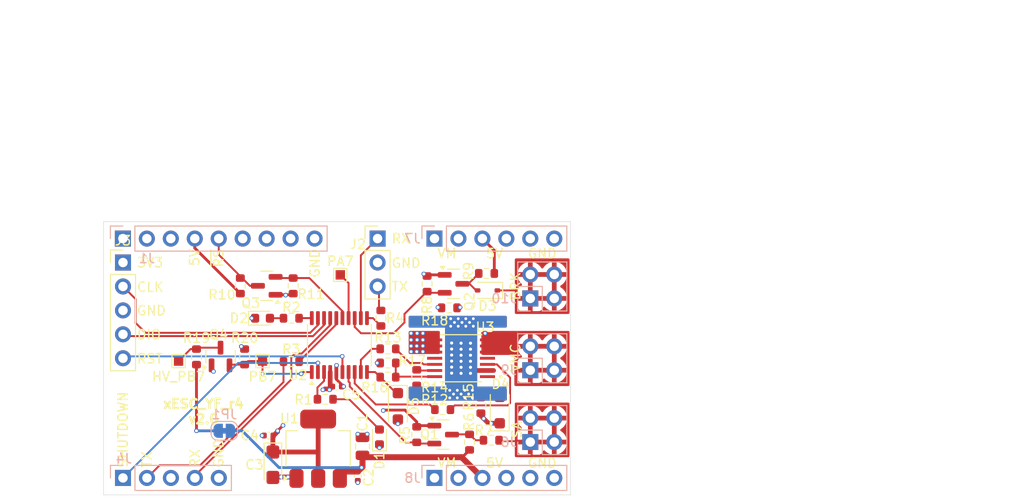
<source format=kicad_pcb>
(kicad_pcb (version 20240108) (generator "pcbnew") (generator_version "8.0")
  (title_block (title "xESC YardForce Rev.4 Adapter") (date "2024-12-19") (rev "2.0") (company "Clemens Elflein, openmower.de") (comment 1 "Creative Commons Attribution-NonCommercial-ShareAlike 4.0 International License.") (comment 2 "Licensed under"))
  (layers (0 "F.Cu" signal) (1 "In1.Cu" power) (2 "In2.Cu" power) (31 "B.Cu" signal) (34 "B.Paste" user) (35 "F.Paste" user) (36 "B.SilkS" user "B.Silkscreen") (37 "F.SilkS" user "F.Silkscreen") (38 "B.Mask" user) (39 "F.Mask" user) (44 "Edge.Cuts" user))
  (property "git_version" "WIP")
  (net 0 "")
  (net 1 "Net-(D2-A)")
  (net 2 "GND")
  (net 8 "/NRST")
  (net 9 "/SHUTDOWN")
  (net 10 "Net-(J4-Pin_2)")
  (net 12 "+3V3")
  (net 13 "+5V")
  (net 14 "/~{RS}_TTL")
  (net 15 "Net-(Q1-D)")
  (net 16 "Net-(J2-Pin_3)")
  (net 17 "/SWDIO")
  (net 18 "/SWCLK")
  (net 19 "/SA_TTL")
  (net 20 "/SA")
  (net 21 "/BRK")
  (net 22 "Net-(D1-A)")
  (net 23 "Net-(D3-A)")
  (net 24 "/LED_GN")
  (net 25 "/LED_RD")
  (net 26 "/~{RS}")
  (net 27 "Net-(D3-K)")
  (net 28 "Net-(D4-A)")
  (net 29 "VM")
  (net 30 "/CUR_SENSE")
  (net 31 "Net-(J9-Pin_1)")
  (net 32 "Net-(U3-IN)")
  (net 33 "/UART1_TX")
  (net 34 "Net-(U3-DIAG_EN)")
  (net 35 "Net-(U3-CL)")
  (net 36 "/VMS_IN")
  (net 37 "/VMS_DIAG_EN")
  (net 38 "Net-(U3-CS)")
  (net 39 "/UART2_TX")
  (net 40 "/UART1_RX")
  (net 41 "/UART2_RX")
  (net 45 "Net-(Q4-S)")
  (net 46 "Net-(Q4-D)")
  (net 47 "Net-(U2-PA7)")
  (net 48 "Net-(JP1-A)")
  (footprint "Connector_PinHeader_2.54mm:PinHeader_1x05_P2.54mm_Vertical" (layer "F.Cu") (at 231.06 108.24)
    (property "Reference" "J3")
    (property "Value" "Conn_01x05_Male")
  )
  (footprint "Resistor_SMD:R_0603_1608Metric" (layer "F.Cu") (at 262.2 120.45 90)
    (property "Reference" "R14")
    (property "Value" "1k8")
  )
  (footprint "Resistor_SMD:R_0603_1608Metric" (layer "F.Cu") (at 267.8 127.3 90)
    (property "Reference" "R6")
    (property "Value" "47k")
  )
  (footprint "Resistor_SMD:R_0603_1608Metric" (layer "F.Cu") (at 269.6 109.4)
    (property "Reference" "R9")
    (property "Value" "470	")
  )
  (footprint "Resistor_SMD:R_0603_1608Metric" (layer "F.Cu") (at 248.9 114.15 180)
    (property "Reference" "R2")
    (property "Value" "220	")
  )
  (footprint "Connector_PinHeader_2.54mm:PinHeader_1x03_P2.54mm_Vertical" (layer "F.Cu") (at 258.05 105.7)
    (property "Reference" "J2")
    (property "Value" "Conn_01x03_Pin")
  )
  (footprint "Capacitor_Tantalum_SMD:CP_EIA-3216-10_Kemet-I" (layer "F.Cu") (at 246.95 129.7 -90)
    (property "Reference" "C3")
    (property "Value" "22uF/10V")
  )
  (footprint "Package_TO_SOT_SMD:SOT-223-3_TabPin2" (layer "F.Cu") (at 251.75 128 90)
    (property "Reference" "U1")
    (property "Value" "AMS1117-3.3")
  )
  (footprint "Resistor_SMD:R_0603_1608Metric" (layer "F.Cu") (at 263.3 110.5 90)
    (property "Reference" "R8")
    (property "Value" "470	")
  )
  (footprint "Capacitor_SMD:C_0402_1005Metric" (layer "F.Cu") (at 253.75 121.4)
    (property "Reference" "C5")
    (property "Value" ".1uF")
  )
  (footprint "Capacitor_SMD:C_0805_2012Metric" (layer "F.Cu") (at 256.45 127.75 90)
    (property "Reference" "C1")
    (property "Value" "22uF")
  )
  (footprint "Resistor_SMD:R_0603_1608Metric" (layer "F.Cu") (at 259.15 117.4)
    (property "Reference" "R13")
    (property "Value" "4k7")
  )
  (footprint "Package_TO_SOT_SMD:SOT-23" (layer "F.Cu") (at 246.3 110.7125 180)
    (property "Reference" "Q3")
    (property "Value" "2N7002")
  )
  (footprint "Resistor_SMD:R_0603_1608Metric" (layer "F.Cu") (at 248.9 118.75)
    (property "Reference" "R3")
    (property "Value" "220	")
  )
  (footprint "Diode_SMD:D_SOD-323" (layer "F.Cu") (at 269.7 111.2 180)
    (property "Reference" "D3")
    (property "Value" "1N5819WS")
  )
  (footprint "LED_SMD:LED_0603_1608Metric" (layer "F.Cu") (at 245.85 114.15)
    (property "Reference" "D2")
    (property "Value" "LED RED")
  )
  (footprint "Resistor_SMD:R_0603_1608Metric" (layer "F.Cu") (at 243.5 110.7125 90)
    (property "Reference" "R10")
    (property "Value" "47k")
  )
  (footprint "Resistor_SMD:R_0603_1608Metric" (layer "F.Cu") (at 265.65 113.05 180)
    (property "Reference" "R18")
    (property "Value" "10k")
  )
  (footprint "Diode_SMD:D_SOD-123F" (layer "F.Cu") (at 260.2 123.5 -90)
    (property "Reference" "D5")
    (property "Value" "3V3")
  )
  (footprint "Resistor_SMD:R_0603_1608Metric" (layer "F.Cu") (at 259.15 120.4 180)
    (property "Reference" "R16")
    (property "Value" "4k7")
  )
  (footprint "LED_SMD:LED_0603_1608Metric" (layer "F.Cu") (at 258.25 126.75 90)
    (property "Reference" "D1")
    (property "Value" "LED GREEN")
  )
  (footprint "Package_TO_SOT_SMD:SOT-23" (layer "F.Cu") (at 241.4 118.2125 90)
    (property "Reference" "Q4")
    (property "Value" "2N7002")
  )
  (footprint "TestPoint:TestPoint_Pad_1.0x1.0mm" (layer "F.Cu") (at 236.95 118.7)
    (property "Reference" "HV_PB7")
    (property "Value" "TestPoint_Flag")
  )
  (footprint "Capacitor_SMD:C_0402_1005Metric" (layer "F.Cu") (at 246.5 126.6 180)
    (property "Reference" "C4")
    (property "Value" ".1uF")
  )
  (footprint "Resistor_SMD:R_0603_1608Metric" (layer "F.Cu") (at 249.1 110.7125 90)
    (property "Reference" "R11")
    (property "Value" "47k")
  )
  (footprint "Resistor_SMD:R_0603_1608Metric" (layer "F.Cu") (at 258.4 114.15 -90)
    (property "Reference" "R4")
    (property "Value" "220	")
  )
  (footprint "Resistor_SMD:R_0603_1608Metric" (layer "F.Cu") (at 243.95 118.25 90)
    (property "Reference" "R20")
    (property "Value" "1k")
  )
  (footprint "Resistor_SMD:R_0603_1608Metric" (layer "F.Cu") (at 238.85 118.25 -90)
    (property "Reference" "R19")
    (property "Value" "1k")
  )
  (footprint "Library:TPS1H100-Q1_ThermalVias" (layer "F.Cu") (at 266.9 118.4 180)
    (property "Reference" "U3")
    (property "Value" "TPS1H100BQPWPRQ1")
  )
  (footprint "Resistor_SMD:R_0603_1608Metric" (layer "F.Cu") (at 252.5 122.75)
    (property "Reference" "R1")
    (property "Value" "220	")
  )
  (footprint "Resistor_SMD:R_0603_1608Metric" (layer "F.Cu") (at 262.2 126.5 -90)
    (property "Reference" "R5")
    (property "Value" "47k")
  )
  (footprint "Package_TO_SOT_SMD:SOT-23" (layer "F.Cu") (at 266.1 110.5)
    (property "Reference" "Q2")
    (property "Value" "2N7002")
  )
  (footprint "Resistor_SMD:R_0603_1608Metric" (layer "F.Cu") (at 264.95 123.85)
    (property "Reference" "R12")
    (property "Value" "4k7")
  )
  (footprint "Package_TO_SOT_SMD:SOT-23" (layer "F.Cu") (at 265 126.5)
    (property "Reference" "Q1")
    (property "Value" "2N7002")
  )
  (footprint "Resistor_SMD:R_0603_1608Metric" (layer "F.Cu") (at 269 123.4 90)
    (property "Reference" "R15")
    (property "Value" "1k")
  )
  (footprint "Capacitor_SMD:C_0402_1005Metric" (layer "F.Cu") (at 255.95 130.9 -90)
    (property "Reference" "C2")
    (property "Value" ".1uF")
  )
  (footprint "Resistor_SMD:R_0603_1608Metric" (layer "F.Cu") (at 270.1 127.1)
    (property "Reference" "R7")
    (property "Value" "220	")
  )
  (footprint "Diode_SMD:D_SOD-123F" (layer "F.Cu") (at 271 123.9 90)
    (property "Reference" "D4")
    (property "Value" "SM4007PL")
  )
  (footprint "Resistor_SMD:R_0603_1608Metric" (layer "F.Cu") (at 259.15 118.9 180)
    (property "Reference" "R17")
    (property "Value" "1k")
  )
  (footprint "Package_SO:TSSOP-20_4.4x6.5mm_P0.65mm" (layer "F.Cu") (at 254 117 90)
    (property "Reference" "U2")
    (property "Value" "STM32C011F6P6")
  )
  (footprint "TestPoint:TestPoint_Pad_1.0x1.0mm" (layer "F.Cu") (at 254.1 109.55)
    (property "Reference" "PA7")
    (property "Value" "TestPoint_Flag")
  )
  (footprint "TestPoint:TestPoint_Pad_1.0x1.0mm" (layer "F.Cu") (at 245.85 118.7)
    (property "Reference" "PB7")
    (property "Value" "TestPoint_Flag")
  )
  (footprint "Connector_PinHeader_2.54mm:PinHeader_1x05_P2.54mm_Vertical" (layer "B.Cu") (at 231.06 131.1 -90)
    (property "Reference" "J4")
    (property "Value" "Conn_01x05_Male" (hide yes))
  )
  (footprint "Connector_PinHeader_2.54mm:PinHeader_1x06_P2.54mm_Vertical" (layer "B.Cu") (at 264.08 105.7 -90)
    (property "Reference" "J7")
    (property "Value" "Conn_01x06_Male" (hide yes))
  )
  (footprint "Connector_PinHeader_2.54mm:PinHeader_1x06_P2.54mm_Vertical" (layer "B.Cu") (at 264.08 131.1 -90)
    (property "Reference" "J8")
    (property "Value" "Conn_01x06_Pin" (hide yes))
  )
  (footprint "Connector_PinHeader_2.54mm:PinHeader_2x02_P2.54mm_Vertical" (layer "B.Cu") (at 274.24 112.05)
    (property "Reference" "J10")
    (property "Value" "OM-MB W => MC BRK" (hide yes))
  )
  (footprint "Connector_PinHeader_2.54mm:PinHeader_2x02_P2.54mm_Vertical" (layer "B.Cu") (at 274.24 119.67)
    (property "Reference" "J9")
    (property "Value" "OM-MB V => MC +24V" (hide yes))
  )
  (footprint "Connector_PinHeader_2.54mm:PinHeader_2x02_P2.54mm_Vertical" (layer "B.Cu") (at 274.24 127.29)
    (property "Reference" "J6")
    (property "Value" "OM-MB U <= MC SA" (hide yes))
  )
  (footprint "Connector_PinHeader_2.54mm:PinHeader_1x09_P2.54mm_Vertical" (layer "B.Cu") (at 231.05 105.7 -90)
    (property "Reference" "J1")
    (property "Value" "Conn_01x09_Male" (hide yes))
  )
  (footprint "Jumper:SolderJumper-2_P1.3mm_Bridged_RoundedPad1.0x1.5mm" (layer "B.Cu") (at 241.8 126.1)
    (property "Reference" "JP1")
    (property "Value" "SolderJumper_3_Bridged12")
  )
  (gr_line (start 229 103.9) (end 278.5 103.9) (stroke (width 0.05)) (layer "Edge.Cuts"))
  (gr_line (start 278.5 103.9) (end 278.5 132.9) (stroke (width 0.05)) (layer "Edge.Cuts"))
  (gr_line (start 229 132.9) (end 229 103.9) (stroke (width 0.05)) (layer "Edge.Cuts"))
  (gr_line (start 278.5 132.9) (end 229 132.9) (stroke (width 0.05)) (layer "Edge.Cuts"))
  (gr_text "SHUTDOWN" (at 231.05 130.1 90) (layer "F.SilkS") (effects (font (size 1 1)) (justify left)))
  (gr_text "VM" (at 265.4 130.1 0) (layer "F.SilkS") (effects (font (size 1 1)) (justify bottom)))
  (gr_text "RX" (at 259.45 105.7 0) (layer "F.SilkS") (effects (font (size 1 1)) (justify left)))
  (gr_text "5V" (at 238.65 106.7 90) (layer "F.SilkS") (effects (font (size 1 1)) (justify right)))
  (gr_text "TX" (at 233.6 130.1 90) (layer "F.SilkS") (effects (font (size 1 1)) (justify left)))
  (gr_text "VMC" (at 273.25 118.35 90) (layer "F.SilkS") (effects (font (size 1 1)) (justify bottom)))
  (gr_text "VM" (at 265.4 106.7 0) (layer "F.SilkS") (effects (font (size 1 1)) (justify top)))
  (gr_text "GND" (at 259.45 108.3 0) (layer "F.SilkS") (effects (font (size 1 1)) (justify left)))
  (gr_text "GND" (at 275.5 130.1 0) (layer "F.SilkS") (effects (font (size 1 1)) (justify bottom)))
  (gr_text "3V3" (at 232.45 108.25 0) (layer "F.SilkS") (effects (font (size 1 1)) (justify left)))
  (gr_text "RX" (at 238.7 130.1 90) (layer "F.SilkS") (effects (font (size 1 1)) (justify left)))
  (gr_text "BRK" (at 273.25 110.75 90) (layer "F.SilkS") (effects (font (size 1 1)) (justify bottom)))
  (gr_text "5V" (at 270.45 130.1 0) (layer "F.SilkS") (effects (font (size 1 1)) (justify bottom)))
  (gr_text "5V" (at 270.45 106.7 0) (layer "F.SilkS") (effects (font (size 1 1)) (justify top)))
  (gr_text "GND" (at 275.5 106.7 0) (layer "F.SilkS") (effects (font (size 1 1)) (justify top)))
  (gr_text "~{RS}" (at 241.2 106.7 90) (layer "F.SilkS") (effects (font (size 1 1)) (justify right)))
  (gr_text "GND" (at 232.45 113.35 0) (layer "F.SilkS") (effects (font (size 1 1)) (justify left)))
  (gr_text "DIO" (at 232.45 115.9 0) (layer "F.SilkS") (effects (font (size 1 1)) (justify left)))
  (gr_text "GND" (at 251.4 106.7 90) (layer "F.SilkS") (effects (font (size 1 1)) (justify right)))
  (gr_text "RST" (at 232.45 118.45 0) (layer "F.SilkS") (effects (font (size 1 1)) (justify left)))
  (gr_text "CLK" (at 232.45 110.85 0) (layer "F.SilkS") (effects (font (size 1 1)) (justify left)))
  (gr_text "xESC_YF_r4\nv2.0" (at 239.6 124.05 0) (layer "F.SilkS") (effects (font (size 1 1) (thickness 0.25) (bold yes))))
  (gr_text "TX" (at 259.45 110.8 0) (layer "F.SilkS") (effects (font (size 1 1)) (justify left)))
  (gr_text "SA" (at 273.4 126 90) (layer "F.SilkS") (effects (font (size 1 1)) (justify bottom)))
  (gr_text "GND" (at 241.2 130.1 90) (layer "F.SilkS") (effects (font (size 1 1)) (justify left)))
  (segment (start 248.075 114.15) (end 246.6375 114.15) (width 0.2) (layer "F.Cu") (net 1))
  (segment (start 247.8 131) (end 247 131) (width 0.508) (layer "F.Cu") (net 2))
  (segment (start 270.1 125.3) (end 269.8 125.3) (width 0.5) (layer "F.Cu") (net 2))
  (segment (start 270.1 125.3) (end 271 125.3) (width 0.5) (layer "F.Cu") (net 2))
  (segment (start 254.23 121.4) (end 254.45 121.4) (width 0.3) (layer "F.Cu") (net 2))
  (segment (start 248.55 131) (end 247.8 131) (width 0.508) (layer "F.Cu") (net 2))
  (segment (start 269.8 125.3) (end 269.3 124.8) (width 0.5) (layer "F.Cu") (net 2))
  (segment (start 249.45 131) (end 248.55 131) (width 0.508) (layer "F.Cu") (net 2))
  (segment (start 269.3 124.8) (end 269 124.5) (width 0.5) (layer "F.Cu") (net 2))
  (segment (start 254.45 121.4) (end 253.675 120.625) (width 0.3) (layer "F.Cu") (net 2))
  (segment (start 253.675 120.625) (end 253.675 119.8625) (width 0.3) (layer "F.Cu") (net 2))
  (segment (start 269 124.5) (end 269 124.225) (width 0.5) (layer "F.Cu") (net 2))
  (via (at 260.2 125.35) (size 0.48) (drill 0.3) (layers "F.Cu" "B.Cu") (net 2))
  (via (at 254.45 121.4) (size 0.48) (drill 0.3) (layers "F.Cu" "B.Cu") (net 2))
  (via (at 255.95 126.45) (size 0.48) (drill 0.3) (layers "F.Cu" "B.Cu") (net 2))
  (via (at 269.3 124.8) (size 0.48) (drill 0.3) (layers "F.Cu" "B.Cu") (net 2))
  (via (at 256.95 126.45) (size 0.48) (drill 0.3) (layers "F.Cu" "B.Cu") (net 2))
  (via (at 247.8 131) (size 0.48) (drill 0.3) (layers "F.Cu" "B.Cu") (net 2))
  (via (at 258.25 127.9) (size 0.48) (drill 0.3) (layers "F.Cu" "B.Cu") (net 2))
  (via (at 270.1 125.3) (size 0.48) (drill 0.3) (layers "F.Cu" "B.Cu") (net 2))
  (via (at 244.7 114.15) (size 0.48) (drill 0.3) (layers "F.Cu" "B.Cu") (net 2))
  (via (at 253.7 119.15) (size 0.48) (drill 0.3) (layers "F.Cu" "B.Cu") (net 2))
  (via (at 245.8 126.6) (size 0.48) (drill 0.3) (layers "F.Cu" "B.Cu") (net 2))
  (via (at 258 118.9) (size 0.48) (drill 0.3) (layers "F.Cu" "B.Cu") (net 2))
  (via (at 255.95 131.6) (size 0.48) (drill 0.3) (layers "F.Cu" "B.Cu") (net 2))
  (via (at 248.55 131) (size 0.48) (drill 0.3) (layers "F.Cu" "B.Cu") (net 2))
  (segment (start 254.325 118.225) (end 254.325 119.8625) (width 0.2) (layer "F.Cu") (net 8))
  (segment (start 254.3 118.2) (end 254.325 118.225) (width 0.2) (layer "F.Cu") (net 8))
  (via (at 254.3 118.2) (size 0.48) (drill 0.3) (layers "F.Cu" "B.Cu") (net 8))
  (segment (start 254.3 118.2) (end 231.26 118.2) (width 0.2) (layer "B.Cu") (net 8))
  (segment (start 251.725 118.9) (end 251.725 119.8625) (width 0.2) (layer "F.Cu") (net 9))
  (via (at 251.725 118.9) (size 0.48) (drill 0.3) (layers "F.Cu" "B.Cu") (net 9))
  (segment (start 243.26 118.9) (end 231.06 131.1) (width 0.2) (layer "B.Cu") (net 9))
  (segment (start 251.725 118.9) (end 243.26 118.9) (width 0.2) (layer "B.Cu") (net 9))
  (segment (start 248.075 118.75) (end 248.075 120.925) (width 0.2) (layer "F.Cu") (net 10))
  (segment (start 239.25 129.75) (end 234.95 129.75) (width 0.2) (layer "F.Cu") (net 10))
  (segment (start 248.075 120.925) (end 239.25 129.75) (width 0.2) (layer "F.Cu") (net 10))
  (segment (start 234.95 129.75) (end 233.6 131.1) (width 0.2) (layer "F.Cu") (net 10))
  (segment (start 262.2 125.15) (end 262.2 125.675) (width 0.3) (layer "F.Cu") (net 12))
  (segment (start 248.025 125.525) (end 247.45 126.1) (width 0.3) (layer "F.Cu") (net 12))
  (segment (start 253.12 121.55) (end 253.27 121.4) (width 0.3) (layer "F.Cu") (net 12))
  (segment (start 247.45 126.18) (end 247.45 126.1) (width 0.508) (layer "F.Cu") (net 12))
  (segment (start 246.95 128.35) (end 246.95 126.68) (width 0.508) (layer "F.Cu") (net 12))
  (segment (start 251.75 128.35) (end 251.75 124.7) (width 0.508) (layer "F.Cu") (net 12))
  (segment (start 252.25 121.75) (end 252.95 121.75) (width 0.3) (layer "F.Cu") (net 12))
  (segment (start 252.95 121.75) (end 253.27 121.43) (width 0.3) (layer "F.Cu") (net 12))
  (segment (start 265.1625 109.55) (end 263.425 109.55) (width 0.3) (layer "F.Cu") (net 12))
  (segment (start 252.25 121.75) (end 252.45 121.55) (width 0.3) (layer "F.Cu") (net 12))
  (segment (start 247.2375 111.6625) (end 248.975 111.6625) (width 0.3) (layer "F.Cu") (net 12))
  (segment (start 252.95 121.75) (end 253.025 121.675) (width 0.3) (layer "F.Cu") (net 12))
  (segment (start 246.95 126.68) (end 247.45 126.18) (width 0.508) (layer "F.Cu") (net 12))
  (segment (start 251.75 131) (end 251.75 128.35) (width 0.508) (layer "F.Cu") (net 12))
  (segment (start 258.65 123.95) (end 258.7 123.9) (width 0.3) (layer "F.Cu") (net 12))
  (segment (start 258.7 123.9) (end 260.95 123.9) (width 0.3) (layer "F.Cu") (net 12))
  (segment (start 252.45 121.55) (end 253.12 121.55) (width 0.3) (layer "F.Cu") (net 12))
  (segment (start 251.75 128.35) (end 246.95 128.35) (width 0.508) (layer "F.Cu") (net 12))
  (segment (start 260.95 123.9) (end 262.2 125.15) (width 0.3) (layer "F.Cu") (net 12))
  (segment (start 264.0625 125.55) (end 262.325 125.55) (width 0.3) (layer "F.Cu") (net 12))
  (segment (start 253.025 121.675) (end 253.025 119.8625) (width 0.504) (layer "F.Cu") (net 12))
  (via (at 252.95 121.75) (size 0.48) (drill 0.3) (layers "F.Cu" "B.Cu") (net 12))
  (via (at 240.65 119.8) (size 0.48) (drill 0.3) (layers "F.Cu" "B.Cu") (net 12))
  (via (at 248.025 125.525) (size 0.48) (drill 0.3) (layers "F.Cu" "B.Cu") (net 12))
  (via (at 243.6 117.15) (size 0.48) (drill 0.3) (layers "F.Cu" "B.Cu") (net 12))
  (via (at 262.95 109.45) (size 0.48) (drill 0.3) (layers "F.Cu" "B.Cu") (net 12))
  (via (at 247.45 126.1) (size 0.48) (drill 0.3) (layers "F.Cu" "B.Cu") (net 12))
  (via (at 248.3 111.7) (size 0.48) (drill 0.3) (layers "F.Cu" "B.Cu") (net 12))
  (via (at 258.65 123.95) (size 0.48) (drill 0.3) (layers "F.Cu" "B.Cu") (net 12))
  (via (at 252.25 121.75) (size 0.48) (drill 0.3) (layers "F.Cu" "B.Cu") (net 12))
  (segment (start 256.35 130) (end 256.35 130.02) (width 0.635) (layer "F.Cu") (net 13))
  (segment (start 267.055 128.87) (end 267.8 128.125) (width 0.3) (layer "F.Cu") (net 13))
  (segment (start 267.055 128.995) (end 266.96 128.9) (width 0.635) (layer "F.Cu") (net 13))
  (segment (start 266.96 128.9) (end 256.65 128.9) (width 0.635) (layer "F.Cu") (net 13))
  (segment (start 267.055 128.995) (end 269.16 131.1) (width 0.635) (layer "F.Cu") (net 13))
  (segment (start 256.37 130) (end 256.35 130) (width 0.635) (layer "F.Cu") (net 13))
  (segment (start 243.5 111.5375) (end 238.67 106.7075) (width 0.3) (layer "F.Cu") (net 13))
  (segment (start 256.45 129.92) (end 256.37 130) (width 0.635) (layer "F.Cu") (net 13))
  (segment (start 256.65 128.9) (end 256.45 128.7) (width 0.635) (layer "F.Cu") (net 13))
  (segment (start 267.055 128.995) (end 267.055 128.87) (width 0.3) (layer "F.Cu") (net 13))
  (segment (start 270.425 109.4) (end 270.425 106.965) (width 0.3) (layer "F.Cu") (net 13))
  (segment (start 254.63 130.42) (end 254.05 131) (width 0.635) (layer "F.Cu") (net 13))
  (segment (start 255.95 130.42) (end 254.63 130.42) (width 0.635) (layer "F.Cu") (net 13))
  (segment (start 270.425 106.965) (end 269.16 105.7) (width 0.3) (layer "F.Cu") (net 13))
  (segment (start 256.45 128.7) (end 256.45 129.92) (width 0.635) (layer "F.Cu") (net 13))
  (segment (start 256.35 130.02) (end 255.95 130.42) (width 0.635) (layer "F.Cu") (net 13))
  (segment (start 238.67 106.7075) (end 238.67 105.7) (width 0.3) (layer "F.Cu") (net 13))
  (via (at 256.35 130) (size 0.48) (drill 0.3) (layers "F.Cu" "B.Cu") (net 13))
  (segment (start 243.7 126.1) (end 247.6 130) (width 0.3) (layer "B.Cu") (net 13))
  (segment (start 242.45 126.1) (end 243.7 126.1) (width 0.3) (layer "B.Cu") (net 13))
  (segment (start 247.6 130) (end 256.35 130) (width 0.3) (layer "B.Cu") (net 13))
  (segment (start 241.21 107.41) (end 241.21 105.7) (width 0.2) (layer "F.Cu") (net 14))
  (segment (start 245.3625 110.7125) (end 244.5125 110.7125) (width 0.2) (layer "F.Cu") (net 14))
  (segment (start 244.5125 110.7125) (end 241.21 107.41) (width 0.2) (layer "F.Cu") (net 14))
  (segment (start 267.8 126.475) (end 265.9625 126.475) (width 0.2) (layer "F.Cu") (net 15))
  (segment (start 269.275 127.1) (end 268.425 127.1) (width 0.2) (layer "F.Cu") (net 15))
  (segment (start 268.425 127.1) (end 267.8 126.475) (width 0.2) (layer "F.Cu") (net 15))
  (segment (start 258.2 113.125) (end 258.2 110.93) (width 0.2) (layer "F.Cu") (net 16))
  (segment (start 251.199999 116.05) (end 231.25 116.05) (width 0.2) (layer "F.Cu") (net 17))
  (segment (start 252.375 114.1375) (end 252.375 114.874999) (width 0.2) (layer "F.Cu") (net 17))
  (segment (start 252.375 114.874999) (end 251.199999 116.05) (width 0.2) (layer "F.Cu") (net 17))
  (segment (start 251.725 114.1375) (end 251.725 114.874999) (width 0.2) (layer "F.Cu") (net 18))
  (segment (start 250.899999 115.7) (end 233.45 115.7) (width 0.2) (layer "F.Cu") (net 18))
  (segment (start 251.725 114.874999) (end 250.899999 115.7) (width 0.2) (layer "F.Cu") (net 18))
  (segment (start 233.45 115.7) (end 232.4 114.65) (width 0.2) (layer "F.Cu") (net 18))
  (segment (start 232.4 114.65) (end 232.4 112.12) (width 0.2) (layer "F.Cu") (net 18))
  (segment (start 232.4 112.12) (end 231.06 110.78) (width 0.2) (layer "F.Cu") (net 18))
  (segment (start 271.025 127.2) (end 274.15 127.2) (width 0.2) (layer "F.Cu") (net 19))
  (segment (start 262.2 127.325) (end 261.025 127.325) (width 0.2) (layer "F.Cu") (net 20))
  (segment (start 254.975 120.875) (end 254.975 119.8625) (width 0.2) (layer "F.Cu") (net 20))
  (segment (start 255.1 121.4) (end 255.1 121) (width 0.2) (layer "F.Cu") (net 20))
  (segment (start 255.1 121) (end 254.975 120.875) (width 0.2) (layer "F.Cu") (net 20))
  (segment (start 264.0625 127.45) (end 262.325 127.45) (width 0.2) (layer "F.Cu") (net 20))
  (segment (start 261.025 127.325) (end 255.1 121.4) (width 0.2) (layer "F.Cu") (net 20))
  (segment (start 255.625 115.075) (end 255.625 114.1375) (width 0.2) (layer "F.Cu") (net 21))
  (segment (start 259.75 115.75) (end 256.3 115.75) (width 0.2) (layer "F.Cu") (net 21))
  (segment (start 260.9 114.6) (end 259.75 115.75) (width 0.2) (layer "F.Cu") (net 21))
  (segment (start 263.275 111.325) (end 260.9 113.7) (width 0.2) (layer "F.Cu") (net 21))
  (segment (start 260.9 113.7) (end 260.9 114.6) (width 0.2) (layer "F.Cu") (net 21))
  (segment (start 265.1625 111.45) (end 263.425 111.45) (width 0.2) (layer "F.Cu") (net 21))
  (segment (start 256.3 115.75) (end 255.625 115.075) (width 0.2) (layer "F.Cu") (net 21))
  (segment (start 253.325 122.75) (end 255.0375 122.75) (width 0.2) (layer "F.Cu") (net 22))
  (segment (start 255.0375 122.75) (end 258.25 125.9625) (width 0.2) (layer "F.Cu") (net 22))
  (segment (start 267.675 110.5) (end 268.775 109.4) (width 0.2) (layer "F.Cu") (net 23))
  (segment (start 267.0375 110.5) (end 267.8 110.5) (width 0.2) (layer "F.Cu") (net 23))
  (segment (start 267.8 110.5) (end 268.5 111.2) (width 0.2) (layer "F.Cu") (net 23))
  (segment (start 251.67 122.745) (end 251.67 121.509756) (width 0.2) (layer "F.Cu") (net 24))
  (segment (start 252.375 120.804756) (end 252.375 119.8625) (width 0.2) (layer "F.Cu") (net 24))
  (segment (start 251.67 121.509756) (end 252.375 120.804756) (width 0.2) (layer "F.Cu") (net 24))
  (segment (start 251.075 114.1375) (end 249.7375 114.1375) (width 0.2) (layer "F.Cu") (net 25))
  (segment (start 249.1 109.8875) (end 250.812499 109.8875) (width 0.2) (layer "F.Cu") (net 26))
  (segment (start 250.812499 109.8875) (end 254.325 113.400001) (width 0.2) (layer "F.Cu") (net 26))
  (segment (start 249.1 109.8875) (end 247.3625 109.8875) (width 0.2) (layer "F.Cu") (net 26))
  (segment (start 254.325 113.400001) (end 254.325 114.1375) (width 0.2) (layer "F.Cu") (net 26))
  (segment (start 270.75 111.2) (end 272.7 111.2) (width 0.2) (layer "F.Cu") (net 27))
  (segment (start 270.35 119.7) (end 268.2 119.7) (width 0.5) (layer "F.Cu") (net 28))
  (via (at 266.2 114.6) (size 0.48) (drill 0.3) (layers "F.Cu" "B.Cu") (net 28))
  (via (at 267.4 115) (size 0.48) (drill 0.3) (layers "F.Cu" "B.Cu") (net 28))
  (via (at 267 114.6) (size 0.48) (drill 0.3) (layers "F.Cu" "B.Cu") (net 28))
  (via (at 266.5 121.8) (size 0.48) (drill 0.3) (layers "F.Cu" "B.Cu") (net 28))
  (via (at 268.1 121.8) (size 0.48) (drill 0.3) (layers "F.Cu" "B.Cu") (net 28))
  (via (at 265.7 121.8) (size 0.48) (drill 0.3) (layers "F.Cu" "B.Cu") (net 28))
  (via (at 267.3 122.6) (size 0.48) (drill 0.3) (layers "F.Cu" "B.Cu") (net 28))
  (via (at 266.5 122.6) (size 0.48) (drill 0.3) (layers "F.Cu" "B.Cu") (net 28))
  (via (at 268.2 115) (size 0.48) (drill 0.3) (layers "F.Cu" "B.Cu") (net 28))
  (via (at 267.8 114.6) (size 0.48) (drill 0.3) (layers "F.Cu" "B.Cu") (net 28))
  (via (at 265.8 114.2) (size 0.48) (drill 0.3) (layers "F.Cu" "B.Cu") (net 28))
  (via (at 267.4 114.2) (size 0.48) (drill 0.3) (layers "F.Cu" "B.Cu") (net 28))
  (via (at 266.6 114.2) (size 0.48) (drill 0.3) (layers "F.Cu" "B.Cu") (net 28))
  (via (at 267.3 121.8) (size 0.48) (drill 0.3) (layers "F.Cu" "B.Cu") (net 28))
  (via (at 266.1 122.2) (size 0.48) (drill 0.3) (layers "F.Cu" "B.Cu") (net 28))
  (via (at 267.7 122.2) (size 0.48) (drill 0.3) (layers "F.Cu" "B.Cu") (net 28))
  (via (at 265.8 115) (size 0.48) (drill 0.3) (layers "F.Cu" "B.Cu") (net 28))
  (via (at 268.1 122.6) (size 0.48) (drill 0.3) (layers "F.Cu" "B.Cu") (net 28))
  (via (at 266.9 122.2) (size 0.48) (drill 0.3) (layers "F.Cu" "B.Cu") (net 28))
  (via (at 268.2 114.2) (size 0.48) (drill 0.3) (layers "F.Cu" "B.Cu") (net 28))
  (via (at 265.7 122.6) (size 0.48) (drill 0.3) (layers "F.Cu" "B.Cu") (net 28))
  (via (at 266.6 115) (size 0.48) (drill 0.3) (layers "F.Cu" "B.Cu") (net 28))
  (via (at 261.6 117.7) (size 0.48) (drill 0.3) (layers "F.Cu" "B.Cu") (net 29))
  (via (at 261.6 116.45) (size 0.48) (drill 0.3) (layers "F.Cu" "B.Cu") (net 29))
  (via (at 262.85 117.090003) (size 0.48) (drill 0.3) (layers "F.Cu" "B.Cu") (net 29))
  (via (at 261.6 117.1) (size 0.48) (drill 0.3) (layers "F.Cu" "B.Cu") (net 29))
  (via (at 262.2 117.1) (size 0.48) (drill 0.3) (layers "F.Cu" "B.Cu") (net 29))
  (via (at 262.85 116.45) (size 0.48) (drill 0.3) (layers "F.Cu" "B.Cu") (net 29))
  (via (at 262.2 117.7) (size 0.48) (drill 0.3) (layers "F.Cu" "B.Cu") (net 29))
  (via (at 262.85 117.7) (size 0.48) (drill 0.3) (layers "F.Cu" "B.Cu") (net 29))
  (via (at 262.240003 116.45) (size 0.48) (drill 0.3) (layers "F.Cu" "B.Cu") (net 29))
  (via (at 261.6 115.75) (size 0.48) (drill 0.3) (layers "F.Cu" "B.Cu") (net 29))
  (via (at 262.85 115.75) (size 0.48) (drill 0.3) (layers "F.Cu" "B.Cu") (net 29))
  (via (at 262.240003 115.75) (size 0.48) (drill 0.3) (layers "F.Cu" "B.Cu") (net 29))
  (via (at 264.45 113) (size 0.48) (drill 0.3) (layers "F.Cu" "B.Cu") (net 29))
  (segment (start 259.925 122) (end 258.325 120.4) (width 0.2) (layer "F.Cu") (net 30))
  (segment (start 257.7875 119.8625) (end 256.925 119.8625) (width 0.2) (layer "F.Cu") (net 30))
  (segment (start 258.325 120.4) (end 257.7875 119.8625) (width 0.2) (layer "F.Cu") (net 30))
  (via (at 269.45 115.75) (size 0.48) (drill 0.3) (layers "F.Cu" "B.Cu") (net 31))
  (via (at 266.8 113) (size 0.48) (drill 0.3) (layers "F.Cu" "B.Cu") (net 31))
  (segment (start 271.85 123.4) (end 266.225 123.4) (width 0.2) (layer "F.Cu") (net 32))
  (segment (start 272.1 123.15) (end 271.85 123.4) (width 0.2) (layer "F.Cu") (net 32))
  (segment (start 272.1 120.45) (end 272.1 123.15) (width 0.2) (layer "F.Cu") (net 32))
  (segment (start 270.7 119.05) (end 272.1 120.45) (width 0.2) (layer "F.Cu") (net 32))
  (segment (start 269.7 119.05) (end 270.7 119.05) (width 0.2) (layer "F.Cu") (net 32))
  (segment (start 266.225 123.4) (end 265.775 123.85) (width 0.2) (layer "F.Cu") (net 32))
  (segment (start 253.675 114.8) (end 249.725 118.75) (width 0.2) (layer "F.Cu") (net 33))
  (segment (start 253.675 114.1375) (end 253.675 114.8) (width 0.2) (layer "F.Cu") (net 33))
  (segment (start 264.1 119.05) (end 262.925 119.05) (width 0.2) (layer "F.Cu") (net 34))
  (segment (start 261.475 118.9) (end 259.975 117.4) (width 0.2) (layer "F.Cu") (net 34))
  (segment (start 262.775 118.9) (end 261.475 118.9) (width 0.2) (layer "F.Cu") (net 34))
  (segment (start 262.925 119.05) (end 262.775 118.9) (width 0.2) (layer "F.Cu") (net 34))
  (segment (start 264.1 119.7) (end 262.275 119.7) (width 0.2) (layer "F.Cu") (net 35))
  (segment (start 255.625 121.075) (end 255.625 119.8625) (width 0.2) (layer "F.Cu") (net 36))
  (segment (start 264.125 123.85) (end 263.575 123.3) (width 0.2) (layer "F.Cu") (net 36))
  (segment (start 263.575 123.3) (end 257.85 123.3) (width 0.2) (layer "F.Cu") (net 36))
  (segment (start 257.85 123.3) (end 255.625 121.075) (width 0.2) (layer "F.Cu") (net 36))
  (segment (start 257.45 117.4) (end 256.275 118.575) (width 0.2) (layer "F.Cu") (net 37))
  (segment (start 258.325 117.4) (end 257.45 117.4) (width 0.2) (layer "F.Cu") (net 37))
  (segment (start 256.275 118.575) (end 256.275 119.8625) (width 0.2) (layer "F.Cu") (net 37))
  (segment (start 264.1 120.35) (end 260.025 120.35) (width 0.2) (layer "F.Cu") (net 38))
  (segment (start 259.975 120.4) (end 259.975 118.9) (width 0.2) (layer "F.Cu") (net 38))
  (segment (start 257.5625 114.1375) (end 258.4 114.975) (width 0.2) (layer "F.Cu") (net 39))
  (segment (start 256.925 114.1375) (end 257.5625 114.1375) (width 0.2) (layer "F.Cu") (net 39))
  (segment (start 253.025 114.874999) (end 249.999999 117.9) (width 0.2) (layer "F.Cu") (net 40))
  (segment (start 253.025 114.1375) (end 253.025 114.874999) (width 0.2) (layer "F.Cu") (net 40))
  (segment (start 248.9 118.3) (end 248.9 120.65) (width 0.2) (layer "F.Cu") (net 40))
  (segment (start 248.9 120.65) (end 238.68 130.87) (width 0.2) (layer "F.Cu") (net 40))
  (segment (start 249.3 117.9) (end 248.9 118.3) (width 0.2) (layer "F.Cu") (net 40))
  (segment (start 249.999999 117.9) (end 249.3 117.9) (width 0.2) (layer "F.Cu") (net 40))
  (segment (start 256.275 107.475) (end 258.05 105.7) (width 0.2) (layer "F.Cu") (net 41))
  (segment (start 256.275 114.1375) (end 256.275 107.475) (width 0.2) (layer "F.Cu") (net 41))
  (segment (start 251.075 119.8625) (end 250.1375 119.8625) (width 0.2) (layer "F.Cu") (net 45))
  (segment (start 250.1375 119.8625) (end 249.95 120.05) (width 0.2) (layer "F.Cu") (net 45))
  (segment (start 244.325 118.7) (end 243.95 119.075) (width 0.2) (layer "F.Cu") (net 45))
  (segment (start 243.95 119.075) (end 242.425 119.075) (width 0.2) (layer "F.Cu") (net 45))
  (segment (start 245.85 118.7) (end 245.85 120.05) (width 0.2) (layer "F.Cu") (net 45))
  (segment (start 245.85 118.7) (end 244.325 118.7) (width 0.2) (layer "F.Cu") (net 45))
  (via (at 245.85 120.05) (size 0.48) (drill 0.3) (layers "F.Cu" "B.Cu") (net 45))
  (via (at 249.95 120.05) (size 0.48) (drill 0.3) (layers "F.Cu" "B.Cu") (net 45))
  (segment (start 245.85 120.05) (end 249.95 120.05) (width 0.2) (layer "B.Cu") (net 45))
  (segment (start 241.4 117.275) (end 239 117.275) (width 0.2) (layer "F.Cu") (net 46))
  (segment (start 238.85 117.425) (end 238.225 117.425) (width 0.2) (layer "F.Cu") (net 46))
  (segment (start 238.225 117.425) (end 236.95 118.7) (width 0.2) (layer "F.Cu") (net 46))
  (segment (start 254.975 110.425) (end 254.1 109.55) (width 0.2) (layer "F.Cu") (net 47))
  (segment (start 254.975 114.1375) (end 254.975 110.425) (width 0.2) (layer "F.Cu") (net 47))
  (segment (start 238.85 126.1) (end 238.85 119.075) (width 0.3) (layer "F.Cu") (net 48))
  (via (at 238.85 126.1) (size 0.48) (drill 0.3) (layers "F.Cu" "B.Cu") (net 48))
  (segment (start 238.85 126.1) (end 241.15 126.1) (width 0.3) (layer "B.Cu") (net 48))
  (zone (net 27) (net_name "Net-(D3-K)") (layer "F.Cu") (name "VM-Controller") (priority 9) (connect_pads (clearance 0)) (min_thickness 0.25) (fill yes (thermal_gap 0.5) (thermal_bridge_width 0.5))
    (polygon (pts (xy 272.6 107.8) (xy 278.4 107.8) (xy 278.4 113.7) (xy 272.6 113.7)))
  )
  (zone (net 19) (net_name "/SA_TTL") (layer "F.Cu") (name "VM-Controller") (priority 6) (connect_pads (clearance 0)) (min_thickness 0.25) (fill yes (thermal_gap 0.5) (thermal_bridge_width 0.5))
    (polygon (pts (xy 272.6 123.1) (xy 272.6 128.9) (xy 278.4 128.9) (xy 278.4 123.1)))
  )
  (zone (net 29) (net_name "VM") (layer "F.Cu") (name "VM") (priority 5) (connect_pads yes (clearance 0)) (min_thickness 0.25) (fill yes (thermal_gap 0.5) (thermal_bridge_width 0.5) (island_removal_mode 1) (island_area_min 10))
    (polygon (pts (xy 261.35 115.5) (xy 264.65 115.5) (xy 264.65 117.95) (xy 261.35 117.95)))
  )
  (zone (net 31) (net_name "Net-(J9-Pin_1)") (layer "F.Cu") (name "VM-Controller") (priority 2) (connect_pads (clearance 0)) (min_thickness 0.25) (fill yes (thermal_gap 0.5) (thermal_bridge_width 0.5) (smoothing fillet))
    (polygon (pts (xy 272.55 115.5) (xy 278.4 115.5) (xy 278.4 121.35) (xy 272.55 121.35)))
  )
  (zone (net 31) (net_name "Net-(J9-Pin_1)") (layer "F.Cu") (name "GND Network") (priority 7) (connect_pads yes (clearance 0)) (min_thickness 0.25) (fill yes (thermal_gap 0.5) (thermal_bridge_width 0.5) (island_removal_mode 1) (island_area_min 10))
    (polygon (pts (xy 269.05 115.5) (xy 272.85 115.5) (xy 272.85 118.05) (xy 269.05 118.05)))
  )
  (zone (net 28) (net_name "Net-(D4-A)") (layers "F&B.Cu") (name "GND Network") (priority 4) (connect_pads yes (clearance 0)) (min_thickness 0.25) (fill yes (thermal_gap 0.5) (thermal_bridge_width 0.5) (island_removal_mode 1) (island_area_min 10))
    (polygon (pts (xy 265.2 115.15) (xy 261.35 115.15) (xy 261.35 113.9) (xy 271.75 113.9) (xy 271.75 115.15) (xy 268.6 115.15) (xy 268.6 121.4) (xy 271.75 121.4) (xy 271.75 122.9) (xy 261.35 122.9) (xy 261.35 121.4) (xy 265.2 121.4)))
  )
)
</source>
